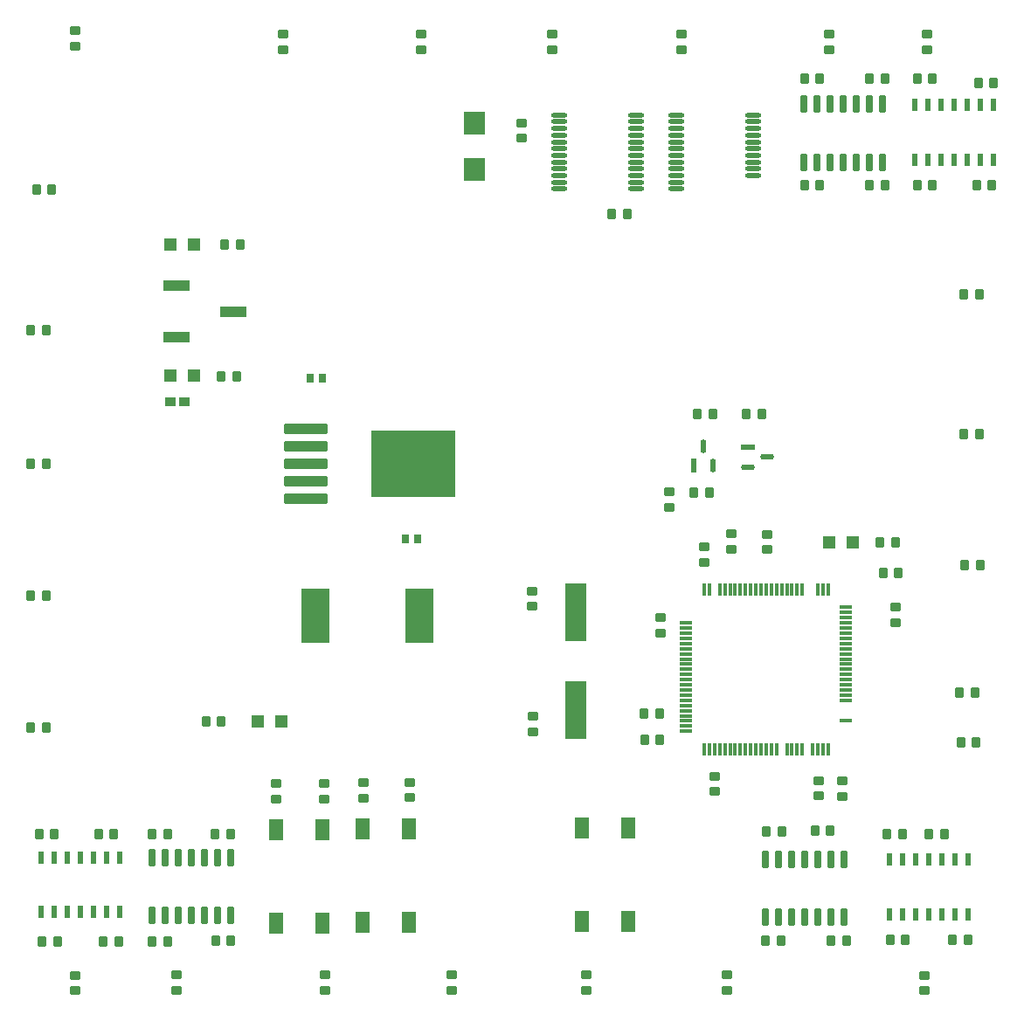
<source format=gbr>
G04*
G04 #@! TF.GenerationSoftware,Altium Limited,Altium Designer,25.5.2 (35)*
G04*
G04 Layer_Color=8421504*
%FSLAX25Y25*%
%MOIN*%
G70*
G04*
G04 #@! TF.SameCoordinates,5858FFA7-226C-4CE8-8668-B70CF27CC624*
G04*
G04*
G04 #@! TF.FilePolarity,Positive*
G04*
G01*
G75*
%ADD16R,0.01181X0.04724*%
%ADD17R,0.04724X0.01181*%
%ADD18O,0.06299X0.01772*%
%ADD22R,0.08465X0.08661*%
%ADD23R,0.08268X0.22047*%
G04:AMPARAMS|DCode=24|XSize=31.5mil|YSize=39.37mil|CornerRadius=3.94mil|HoleSize=0mil|Usage=FLASHONLY|Rotation=180.000|XOffset=0mil|YOffset=0mil|HoleType=Round|Shape=RoundedRectangle|*
%AMROUNDEDRECTD24*
21,1,0.03150,0.03150,0,0,180.0*
21,1,0.02362,0.03937,0,0,180.0*
1,1,0.00787,-0.01181,0.01575*
1,1,0.00787,0.01181,0.01575*
1,1,0.00787,0.01181,-0.01575*
1,1,0.00787,-0.01181,-0.01575*
%
%ADD24ROUNDEDRECTD24*%
%ADD25R,0.02284X0.04646*%
G04:AMPARAMS|DCode=26|XSize=31.5mil|YSize=39.37mil|CornerRadius=3.94mil|HoleSize=0mil|Usage=FLASHONLY|Rotation=270.000|XOffset=0mil|YOffset=0mil|HoleType=Round|Shape=RoundedRectangle|*
%AMROUNDEDRECTD26*
21,1,0.03150,0.03150,0,0,270.0*
21,1,0.02362,0.03937,0,0,270.0*
1,1,0.00787,-0.01575,-0.01181*
1,1,0.00787,-0.01575,0.01181*
1,1,0.00787,0.01575,0.01181*
1,1,0.00787,0.01575,-0.01181*
%
%ADD26ROUNDEDRECTD26*%
G04:AMPARAMS|DCode=27|XSize=25.59mil|YSize=64.96mil|CornerRadius=1.92mil|HoleSize=0mil|Usage=FLASHONLY|Rotation=180.000|XOffset=0mil|YOffset=0mil|HoleType=Round|Shape=RoundedRectangle|*
%AMROUNDEDRECTD27*
21,1,0.02559,0.06112,0,0,180.0*
21,1,0.02175,0.06496,0,0,180.0*
1,1,0.00384,-0.01088,0.03056*
1,1,0.00384,0.01088,0.03056*
1,1,0.00384,0.01088,-0.03056*
1,1,0.00384,-0.01088,-0.03056*
%
%ADD27ROUNDEDRECTD27*%
G04:AMPARAMS|DCode=28|XSize=53.36mil|YSize=22.14mil|CornerRadius=11.07mil|HoleSize=0mil|Usage=FLASHONLY|Rotation=0.000|XOffset=0mil|YOffset=0mil|HoleType=Round|Shape=RoundedRectangle|*
%AMROUNDEDRECTD28*
21,1,0.05336,0.00000,0,0,0.0*
21,1,0.03121,0.02214,0,0,0.0*
1,1,0.02214,0.01561,0.00000*
1,1,0.02214,-0.01561,0.00000*
1,1,0.02214,-0.01561,0.00000*
1,1,0.02214,0.01561,0.00000*
%
%ADD28ROUNDEDRECTD28*%
G04:AMPARAMS|DCode=29|XSize=53.36mil|YSize=22.14mil|CornerRadius=11.07mil|HoleSize=0mil|Usage=FLASHONLY|Rotation=90.000|XOffset=0mil|YOffset=0mil|HoleType=Round|Shape=RoundedRectangle|*
%AMROUNDEDRECTD29*
21,1,0.05336,0.00000,0,0,90.0*
21,1,0.03121,0.02214,0,0,90.0*
1,1,0.02214,0.00000,0.01561*
1,1,0.02214,0.00000,-0.01561*
1,1,0.02214,0.00000,-0.01561*
1,1,0.02214,0.00000,0.01561*
%
%ADD29ROUNDEDRECTD29*%
%ADD30R,0.03150X0.03543*%
G04:AMPARAMS|DCode=31|XSize=39.37mil|YSize=163.39mil|CornerRadius=1.97mil|HoleSize=0mil|Usage=FLASHONLY|Rotation=90.000|XOffset=0mil|YOffset=0mil|HoleType=Round|Shape=RoundedRectangle|*
%AMROUNDEDRECTD31*
21,1,0.03937,0.15945,0,0,90.0*
21,1,0.03543,0.16339,0,0,90.0*
1,1,0.00394,0.07972,0.01772*
1,1,0.00394,0.07972,-0.01772*
1,1,0.00394,-0.07972,-0.01772*
1,1,0.00394,-0.07972,0.01772*
%
%ADD31ROUNDEDRECTD31*%
G04:AMPARAMS|DCode=32|XSize=251.97mil|YSize=322.84mil|CornerRadius=2.52mil|HoleSize=0mil|Usage=FLASHONLY|Rotation=90.000|XOffset=0mil|YOffset=0mil|HoleType=Round|Shape=RoundedRectangle|*
%AMROUNDEDRECTD32*
21,1,0.25197,0.31780,0,0,90.0*
21,1,0.24693,0.32284,0,0,90.0*
1,1,0.00504,0.15890,0.12347*
1,1,0.00504,0.15890,-0.12347*
1,1,0.00504,-0.15890,-0.12347*
1,1,0.00504,-0.15890,0.12347*
%
%ADD32ROUNDEDRECTD32*%
%ADD33R,0.05512X0.08268*%
%ADD34R,0.04355X0.03773*%
%ADD35R,0.11024X0.20866*%
%ADD36R,0.05000X0.05000*%
%ADD37R,0.09843X0.03937*%
%ADD38R,0.05336X0.02214*%
%ADD39R,0.02214X0.05336*%
D16*
X318110Y107283D02*
D03*
X274803Y168307D02*
D03*
Y107283D02*
D03*
X320079Y168307D02*
D03*
X282677Y107283D02*
D03*
X280709D02*
D03*
X284646D02*
D03*
X278740D02*
D03*
X272835D02*
D03*
X286614D02*
D03*
X288583D02*
D03*
X290551D02*
D03*
X292520D02*
D03*
X294488D02*
D03*
X296457D02*
D03*
X298425D02*
D03*
X300394D02*
D03*
X304331D02*
D03*
X306299D02*
D03*
X308268D02*
D03*
X310236D02*
D03*
X314173D02*
D03*
X316142D02*
D03*
X318110Y168307D02*
D03*
X316142D02*
D03*
X310236D02*
D03*
X308268D02*
D03*
X306299D02*
D03*
X304331D02*
D03*
X302362D02*
D03*
X300394D02*
D03*
X298425D02*
D03*
X296457D02*
D03*
X294488D02*
D03*
X292520D02*
D03*
X290551D02*
D03*
X288583D02*
D03*
X286614D02*
D03*
X284646D02*
D03*
X282677D02*
D03*
X280709D02*
D03*
X278740D02*
D03*
X276772Y107283D02*
D03*
X320079D02*
D03*
X272835Y168307D02*
D03*
D17*
X326969Y159449D02*
D03*
X265945Y143701D02*
D03*
Y124016D02*
D03*
X326969Y155512D02*
D03*
X265945D02*
D03*
Y153543D02*
D03*
Y149606D02*
D03*
Y147638D02*
D03*
Y145669D02*
D03*
Y139764D02*
D03*
Y137795D02*
D03*
Y135827D02*
D03*
Y133858D02*
D03*
Y131890D02*
D03*
Y129921D02*
D03*
Y127953D02*
D03*
Y118110D02*
D03*
Y116142D02*
D03*
Y114173D02*
D03*
X326969Y118110D02*
D03*
Y125984D02*
D03*
Y127953D02*
D03*
Y129921D02*
D03*
Y131890D02*
D03*
Y133858D02*
D03*
Y135827D02*
D03*
Y137795D02*
D03*
Y139764D02*
D03*
Y141732D02*
D03*
Y143701D02*
D03*
Y145669D02*
D03*
Y147638D02*
D03*
Y149606D02*
D03*
Y151575D02*
D03*
Y153543D02*
D03*
Y157480D02*
D03*
X265945Y120079D02*
D03*
Y122047D02*
D03*
Y125984D02*
D03*
Y141732D02*
D03*
Y151575D02*
D03*
X326969Y161417D02*
D03*
D18*
X291437Y333957D02*
D03*
X262303Y341634D02*
D03*
Y344193D02*
D03*
X246752Y333957D02*
D03*
X262303Y326280D02*
D03*
Y328839D02*
D03*
X217618Y341634D02*
D03*
Y344193D02*
D03*
Y328839D02*
D03*
Y326280D02*
D03*
X291437Y339075D02*
D03*
X246752D02*
D03*
X217618Y321161D02*
D03*
Y323720D02*
D03*
Y331398D02*
D03*
Y333957D02*
D03*
Y336516D02*
D03*
Y339075D02*
D03*
Y346752D02*
D03*
Y349311D02*
D03*
X246752Y321161D02*
D03*
Y323720D02*
D03*
Y349311D02*
D03*
Y344193D02*
D03*
Y328839D02*
D03*
Y326280D02*
D03*
Y341634D02*
D03*
Y331398D02*
D03*
Y346752D02*
D03*
Y336516D02*
D03*
X291437Y341634D02*
D03*
Y344193D02*
D03*
Y336516D02*
D03*
Y346752D02*
D03*
X262303Y349311D02*
D03*
Y346752D02*
D03*
Y339075D02*
D03*
Y336516D02*
D03*
Y333957D02*
D03*
Y331398D02*
D03*
Y323720D02*
D03*
Y321161D02*
D03*
X291437Y349311D02*
D03*
Y326280D02*
D03*
Y328839D02*
D03*
Y331398D02*
D03*
D22*
X185039Y346358D02*
D03*
Y328445D02*
D03*
D23*
X223917Y159646D02*
D03*
Y122244D02*
D03*
D24*
X377362Y361713D02*
D03*
X354035Y363091D02*
D03*
X382579Y322638D02*
D03*
X354035Y322539D02*
D03*
X371850Y280807D02*
D03*
X243504Y311614D02*
D03*
X372244Y177559D02*
D03*
X376575Y109941D02*
D03*
X345768Y186220D02*
D03*
X346949Y174508D02*
D03*
X364469Y74803D02*
D03*
X373524Y34547D02*
D03*
X349606D02*
D03*
X342618Y74803D02*
D03*
X274705Y205118D02*
D03*
X249803Y120965D02*
D03*
X250000Y111024D02*
D03*
X95768Y299803D02*
D03*
X94488Y249705D02*
D03*
X23917Y320768D02*
D03*
X82677Y117815D02*
D03*
X21654Y216142D02*
D03*
X47638Y74803D02*
D03*
X49508Y33957D02*
D03*
X21654Y115748D02*
D03*
X18996Y74803D02*
D03*
X25984Y33957D02*
D03*
X341043Y174508D02*
D03*
X255906Y111024D02*
D03*
X255709Y120965D02*
D03*
X92224Y34252D02*
D03*
X320965Y76167D02*
D03*
X92028Y75000D02*
D03*
X335827Y322539D02*
D03*
Y363091D02*
D03*
X62205Y74803D02*
D03*
X296457Y75977D02*
D03*
X296161Y34350D02*
D03*
X311024Y363091D02*
D03*
Y322539D02*
D03*
X62205Y33957D02*
D03*
X321161Y34252D02*
D03*
X89862Y299803D02*
D03*
X18012Y320768D02*
D03*
X302362Y75977D02*
D03*
X288976Y235335D02*
D03*
X276083Y235236D02*
D03*
X237598Y311614D02*
D03*
X294882Y235335D02*
D03*
X377756Y280807D02*
D03*
X378150Y177559D02*
D03*
X302067Y34350D02*
D03*
X343701Y34547D02*
D03*
X348524Y74803D02*
D03*
X86319Y34252D02*
D03*
X68110Y74803D02*
D03*
Y33957D02*
D03*
X24902Y74803D02*
D03*
X370669Y109941D02*
D03*
X268799Y205118D02*
D03*
X341732Y363091D02*
D03*
X359941D02*
D03*
X316929D02*
D03*
X383268Y361713D02*
D03*
X341732Y322539D02*
D03*
X316929D02*
D03*
X339862Y186220D02*
D03*
X315059Y76167D02*
D03*
X88583Y249705D02*
D03*
X270177Y235236D02*
D03*
X377756Y227657D02*
D03*
X371850D02*
D03*
X43602Y33957D02*
D03*
X41732Y74803D02*
D03*
X20079Y33957D02*
D03*
X15748Y166043D02*
D03*
X21654D02*
D03*
X15748Y267323D02*
D03*
X21654D02*
D03*
X376083Y128937D02*
D03*
X370177D02*
D03*
X367618Y34547D02*
D03*
X358563Y74803D02*
D03*
X376673Y322638D02*
D03*
X15748Y115748D02*
D03*
X86122Y75000D02*
D03*
X359941Y322539D02*
D03*
X88583Y117815D02*
D03*
X15748Y216142D02*
D03*
X327067Y34252D02*
D03*
D25*
X363307Y353287D02*
D03*
X363563Y44252D02*
D03*
X39941Y45138D02*
D03*
X363307Y332343D02*
D03*
X363563Y65197D02*
D03*
X39941Y66083D02*
D03*
X353307Y353287D02*
D03*
X49941Y45138D02*
D03*
X368563Y44252D02*
D03*
Y65197D02*
D03*
X358307Y332343D02*
D03*
X44941Y45138D02*
D03*
Y66083D02*
D03*
X373563Y65197D02*
D03*
X353307Y332343D02*
D03*
X49941Y66083D02*
D03*
X373563Y44252D02*
D03*
X358307Y353287D02*
D03*
X358563Y44252D02*
D03*
X353563D02*
D03*
X348563D02*
D03*
X343563D02*
D03*
Y65197D02*
D03*
X348563D02*
D03*
X353563D02*
D03*
X358563D02*
D03*
X378307Y353287D02*
D03*
X383307Y332343D02*
D03*
X373307D02*
D03*
X368307Y353287D02*
D03*
X29941Y66083D02*
D03*
X19941D02*
D03*
X34941Y45138D02*
D03*
X24941D02*
D03*
Y66083D02*
D03*
X373307Y353287D02*
D03*
X383307D02*
D03*
X378307Y332343D02*
D03*
X34941Y66083D02*
D03*
X19941Y45138D02*
D03*
X29941D02*
D03*
X368307Y332343D02*
D03*
D26*
X320472Y374409D02*
D03*
X214764D02*
D03*
X203150Y340453D02*
D03*
X345866Y155709D02*
D03*
X325492Y89370D02*
D03*
X316339Y89469D02*
D03*
X272933Y184646D02*
D03*
X256004Y157579D02*
D03*
X206988Y161811D02*
D03*
X276772Y91142D02*
D03*
X281496Y21260D02*
D03*
X207480Y119783D02*
D03*
X112205Y374409D02*
D03*
X142913Y94587D02*
D03*
X176575Y21260D02*
D03*
X127756Y94291D02*
D03*
X109547D02*
D03*
X71358Y21260D02*
D03*
X283169Y183661D02*
D03*
X296654Y183465D02*
D03*
X272933Y178740D02*
D03*
X325492Y95276D02*
D03*
X276772Y97047D02*
D03*
X203150Y346358D02*
D03*
X256004Y151673D02*
D03*
X160335Y94685D02*
D03*
X127756Y88386D02*
D03*
X109547D02*
D03*
X296654Y189370D02*
D03*
X207480Y113878D02*
D03*
X259547Y199606D02*
D03*
X345866Y161614D02*
D03*
X316339Y95374D02*
D03*
X206988Y167717D02*
D03*
X283169Y189567D02*
D03*
X160335Y88780D02*
D03*
X142913Y88681D02*
D03*
X214764Y380315D02*
D03*
X320472D02*
D03*
X71358Y15354D02*
D03*
X128150Y21260D02*
D03*
Y15354D02*
D03*
X176575D02*
D03*
X281496D02*
D03*
X32677Y21063D02*
D03*
Y15157D02*
D03*
X227854Y21260D02*
D03*
Y15354D02*
D03*
X259547Y205512D02*
D03*
X264075Y380315D02*
D03*
Y374409D02*
D03*
X357677Y380315D02*
D03*
Y374409D02*
D03*
X32776Y381594D02*
D03*
Y375689D02*
D03*
X356693Y15157D02*
D03*
Y21063D02*
D03*
X164862Y374409D02*
D03*
X112205Y380315D02*
D03*
X164862D02*
D03*
D27*
X325886Y331398D02*
D03*
X311220Y65354D02*
D03*
X77165Y66043D02*
D03*
X325886Y353642D02*
D03*
X311220Y43110D02*
D03*
X77165Y43799D02*
D03*
X92165D02*
D03*
X87165D02*
D03*
X326220Y65354D02*
D03*
X321220D02*
D03*
X92165Y66043D02*
D03*
X87165D02*
D03*
X340886Y331398D02*
D03*
X335886D02*
D03*
Y353642D02*
D03*
X340886D02*
D03*
X67165Y66043D02*
D03*
X62165D02*
D03*
X301220Y65354D02*
D03*
X296220D02*
D03*
X301220Y43110D02*
D03*
X296220D02*
D03*
X310886Y353642D02*
D03*
X315886D02*
D03*
Y331398D02*
D03*
X310886D02*
D03*
X67165Y43799D02*
D03*
X62165D02*
D03*
X326220Y43110D02*
D03*
X321220D02*
D03*
X72165Y43799D02*
D03*
X330886Y353642D02*
D03*
X320886D02*
D03*
X330886Y331398D02*
D03*
X320886D02*
D03*
X306220Y43110D02*
D03*
X316220D02*
D03*
X306220Y65354D02*
D03*
X316220D02*
D03*
X82165Y66043D02*
D03*
X72165D02*
D03*
X82165Y43799D02*
D03*
D28*
X289467Y215049D02*
D03*
X296754Y218789D02*
D03*
D29*
X276181Y215748D02*
D03*
X272441Y223035D02*
D03*
D30*
X122343Y249016D02*
D03*
X158661Y187500D02*
D03*
X163583D02*
D03*
X127264Y249016D02*
D03*
D31*
X120669Y216339D02*
D03*
Y202953D02*
D03*
Y209646D02*
D03*
Y223032D02*
D03*
Y229724D02*
D03*
D32*
X161811Y216339D02*
D03*
D33*
X142520Y77067D02*
D03*
Y41240D02*
D03*
X243898Y77264D02*
D03*
Y41437D02*
D03*
X109449Y76673D02*
D03*
Y40846D02*
D03*
X127165Y76673D02*
D03*
Y40846D02*
D03*
X160236Y77067D02*
D03*
Y41240D02*
D03*
X226181Y77264D02*
D03*
Y41437D02*
D03*
D34*
X74512Y239862D02*
D03*
X69189D02*
D03*
D35*
X164272Y158268D02*
D03*
X124508D02*
D03*
D36*
X111559Y117815D02*
D03*
X320598Y186220D02*
D03*
X77987Y299902D02*
D03*
X68987D02*
D03*
X329598Y186220D02*
D03*
X68987Y249803D02*
D03*
X77987D02*
D03*
X102559Y117815D02*
D03*
D37*
X71358Y284154D02*
D03*
Y264469D02*
D03*
X93012Y274311D02*
D03*
D38*
X289467Y222529D02*
D03*
D39*
X268701Y215748D02*
D03*
M02*

</source>
